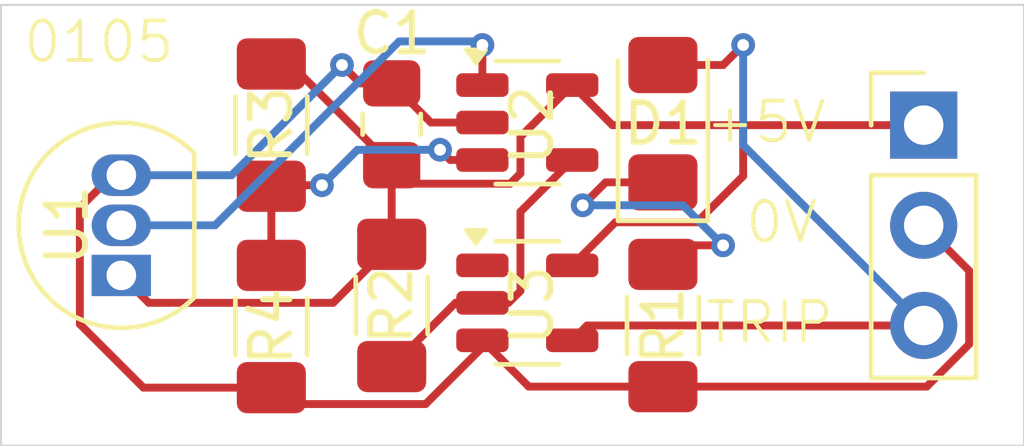
<source format=kicad_pcb>
(kicad_pcb (version 20241229) (generator "pcbnew") (generator_version "9.0")
  (layers (0 "F.Cu" signal) (2 "B.Cu" signal) (13 "F.Paste" user) (15 "B.Paste" user) (5 "F.SilkS" user "F.Silkscreen") (7 "B.SilkS" user "B.Silkscreen") (1 "F.Mask" user) (3 "B.Mask" user) (25 "Edge.Cuts" user))
  (net 0 "")
  (net 1 "VCC")
  (net 2 "GND")
  (net 3 "Net-(D1-A)")
  (net 4 "Net-(D1-K)")
  (net 5 "Net-(U3-A)")
  (net 6 "Net-(U2-+)")
  (net 7 "Net-(U1-V_{OUT})")
  (footprint "Capacitor_SMD:C_0805_2012Metric_Pad1.18x1.45mm_HandSolder" (layer "F.Cu") (at 190.743 103.6105 -90)
    (property "Reference" "C1" (at -2.302809 -0.008857 180) (layer "F.SilkS"))
    (property "Value" "1µF")
    (fp_line (start -0.261252 0.735) (end 0.261252 0.735) (stroke (width 0.12)) (layer "F.SilkS"))
    (fp_line (start -0.261252 -0.735) (end 0.261252 -0.735) (stroke (width 0.12)) (layer "F.SilkS"))
    (pad "1" smd roundrect (at -1.0375 0 270) (size 1.175 1.45) (layers "F.Cu" "F.Mask" "F.Paste") (roundrect_rratio 0.212766) (net 2 "GND"))
    (pad "2" smd roundrect (at 1.0375 0 270) (size 1.175 1.45) (layers "F.Cu" "F.Mask" "F.Paste") (roundrect_rratio 0.212766) (net 1 "VCC"))
  )
  (footprint "Resistor_SMD:R_1206_3216Metric_Pad1.30x1.75mm_HandSolder" (layer "F.Cu") (at 197.612 108.712 90)
    (property "Reference" "R1" (at 0 0 90) (layer "F.SilkS"))
    (property "Value" "620")
    (fp_line (start -0.727064 -0.91) (end 0.727064 -0.91) (stroke (width 0.12)) (layer "F.SilkS"))
    (fp_line (start -0.727064 0.91) (end 0.727064 0.91) (stroke (width 0.12)) (layer "F.SilkS"))
    (pad "1" smd roundrect (at -1.55 0 90) (size 1.3 1.75) (layers "F.Cu" "F.Mask" "F.Paste") (roundrect_rratio 0.192308) (net 2 "GND"))
    (pad "2" smd roundrect (at 1.55 0 90) (size 1.3 1.75) (layers "F.Cu" "F.Mask" "F.Paste") (roundrect_rratio 0.192308) (net 4 "Net-(D1-K)"))
  )
  (footprint "Package_TO_SOT_SMD:SOT-23-5" (layer "F.Cu") (at 194.1775 108.138)
    (property "Reference" "U3" (at 0.1215 0.066 90) (layer "F.SilkS"))
    (property "Value" "SN74LV1T34DCK")
    (fp_line (start 0 -1.56) (end -0.8 -1.56) (stroke (width 0.12)) (layer "F.SilkS"))
    (fp_line (start 0 -1.56) (end 0.8 -1.56) (stroke (width 0.12)) (layer "F.SilkS"))
    (fp_line (start 0 1.56) (end -0.8 1.56) (stroke (width 0.12)) (layer "F.SilkS"))
    (fp_line (start 0 1.56) (end 0.8 1.56) (stroke (width 0.12)) (layer "F.SilkS"))
    (fp_poly (pts (xy -1.3 -1.51) (xy -1.54 -1.84) (xy -1.06 -1.84) (xy -1.3 -1.51)) (stroke (width 0.12)) (fill yes) (layer "F.SilkS"))
    (pad "1" smd roundrect (at -1.1375 -0.95) (size 1.325 0.6) (layers "F.Cu" "F.Mask" "F.Paste"))
    (pad "2" smd roundrect (at -1.1375 0) (size 1.325 0.6) (layers "F.Cu" "F.Mask" "F.Paste") (net 5 "Net-(U3-A)"))
    (pad "3" smd roundrect (at -1.1375 0.95) (size 1.325 0.6) (layers "F.Cu" "F.Mask" "F.Paste") (net 2 "GND"))
    (pad "4" smd roundrect (at 1.1375 0.95) (size 1.325 0.6) (layers "F.Cu" "F.Mask" "F.Paste") (net 3 "Net-(D1-A)"))
    (pad "5" smd roundrect (at 1.1375 -0.95) (size 1.325 0.6) (layers "F.Cu" "F.Mask" "F.Paste") (net 1 "VCC"))
  )
  (footprint "Package_TO_SOT_THT:TO-92_Inline" (layer "F.Cu") (at 183.896 107.442 90)
    (property "Reference" "U1" (at 1.27 -1.376 90) (layer "F.SilkS"))
    (property "Value" "LM35-LP")
    (fp_line (start -0.53 1.85) (end 3.07 1.85) (stroke (width 0.12)) (layer "F.SilkS"))
    (fp_arc (start 1.27 -2.6) (mid 3.672087 -0.994977) (end 3.108478 1.838478) (stroke (width 0.12)) (layer "F.SilkS"))
    (fp_arc (start -0.568478 1.838478) (mid -1.132087 -0.994977) (end 1.27 -2.6) (stroke (width 0.12)) (layer "F.SilkS"))
    (pad "1" thru_hole rect (at 0 0 90) (size 1.05 1.5) (drill 0.75) (layers "*.Cu" "*.Mask") (net 1 "VCC"))
    (pad "2" thru_hole oval (at 1.27 0 90) (size 1.05 1.5) (drill 0.75) (layers "*.Cu" "*.Mask") (net 7 "Net-(U1-V_{OUT})"))
    (pad "3" thru_hole oval (at 2.54 0 90) (size 1.05 1.5) (drill 0.75) (layers "*.Cu" "*.Mask") (net 2 "GND"))
  )
  (footprint "Package_TO_SOT_SMD:SOT-23-5" (layer "F.Cu") (at 194.1775 103.566)
    (property "Reference" "U2" (at 0.1215 0.066 90) (layer "F.SilkS"))
    (property "Value" "LM397")
    (fp_line (start 0 -1.56) (end -0.8 -1.56) (stroke (width 0.12)) (layer "F.SilkS"))
    (fp_line (start 0 -1.56) (end 0.8 -1.56) (stroke (width 0.12)) (layer "F.SilkS"))
    (fp_line (start 0 1.56) (end -0.8 1.56) (stroke (width 0.12)) (layer "F.SilkS"))
    (fp_line (start 0 1.56) (end 0.8 1.56) (stroke (width 0.12)) (layer "F.SilkS"))
    (fp_poly (pts (xy -1.3 -1.51) (xy -1.54 -1.84) (xy -1.06 -1.84) (xy -1.3 -1.51)) (stroke (width 0.12)) (fill yes) (layer "F.SilkS"))
    (pad "1" smd roundrect (at -1.1375 -0.95) (size 1.325 0.6) (layers "F.Cu" "F.Mask" "F.Paste") (net 7 "Net-(U1-V_{OUT})"))
    (pad "2" smd roundrect (at -1.1375 0) (size 1.325 0.6) (layers "F.Cu" "F.Mask" "F.Paste") (net 2 "GND"))
    (pad "3" smd roundrect (at -1.1375 0.95) (size 1.325 0.6) (layers "F.Cu" "F.Mask" "F.Paste") (net 6 "Net-(U2-+)"))
    (pad "4" smd roundrect (at 1.1375 0.95) (size 1.325 0.6) (layers "F.Cu" "F.Mask" "F.Paste") (net 5 "Net-(U3-A)"))
    (pad "5" smd roundrect (at 1.1375 -0.95) (size 1.325 0.6) (layers "F.Cu" "F.Mask" "F.Paste") (net 1 "VCC"))
  )
  (footprint "Connector_PinHeader_2.54mm:PinHeader_1x03_P2.54mm_Vertical" (layer "F.Cu") (at 204.216 103.632)
    (property "Reference" "J1" (hide yes))
    (property "Value" "Conn_01x03" (hide yes))
    (fp_line (start -1.33 -1.33) (end 0 -1.33) (stroke (width 0.12)) (layer "F.SilkS"))
    (fp_line (start -1.33 0) (end -1.33 -1.33) (stroke (width 0.12)) (layer "F.SilkS"))
    (fp_line (start -1.33 1.27) (end -1.33 6.41) (stroke (width 0.12)) (layer "F.SilkS"))
    (fp_line (start -1.33 1.27) (end 1.33 1.27) (stroke (width 0.12)) (layer "F.SilkS"))
    (fp_line (start -1.33 6.41) (end 1.33 6.41) (stroke (width 0.12)) (layer "F.SilkS"))
    (fp_line (start 1.33 1.27) (end 1.33 6.41) (stroke (width 0.12)) (layer "F.SilkS"))
    (pad "1" thru_hole rect (at 0 0) (size 1.7 1.7) (drill 1) (layers "*.Cu" "*.Mask") (net 1 "VCC"))
    (pad "2" thru_hole oval (at 0 2.54) (size 1.7 1.7) (drill 1) (layers "*.Cu" "*.Mask") (net 2 "GND"))
    (pad "3" thru_hole oval (at 0 5.08) (size 1.7 1.7) (drill 1) (layers "*.Cu" "*.Mask") (net 3 "Net-(D1-A)"))
  )
  (footprint "Resistor_SMD:R_1206_3216Metric_Pad1.30x1.75mm_HandSolder" (layer "F.Cu") (at 187.695 108.738 -90)
    (property "Reference" "R4" (at 0 0 90) (layer "F.SilkS"))
    (property "Value" "100")
    (fp_line (start -0.727064 0.91) (end 0.727064 0.91) (stroke (width 0.12)) (layer "F.SilkS"))
    (fp_line (start -0.727064 -0.91) (end 0.727064 -0.91) (stroke (width 0.12)) (layer "F.SilkS"))
    (pad "1" smd roundrect (at -1.55 0 270) (size 1.3 1.75) (layers "F.Cu" "F.Mask" "F.Paste") (roundrect_rratio 0.192308) (net 6 "Net-(U2-+)"))
    (pad "2" smd roundrect (at 1.55 0 270) (size 1.3 1.75) (layers "F.Cu" "F.Mask" "F.Paste") (roundrect_rratio 0.192308) (net 2 "GND"))
  )
  (footprint "Resistor_SMD:R_1206_3216Metric_Pad1.30x1.75mm_HandSolder" (layer "F.Cu") (at 187.695 103.632 -90)
    (property "Reference" "R3" (at 0 0 90) (layer "F.SilkS"))
    (property "Value" "1K")
    (fp_line (start -0.727064 0.91) (end 0.727064 0.91) (stroke (width 0.12)) (layer "F.SilkS"))
    (fp_line (start -0.727064 -0.91) (end 0.727064 -0.91) (stroke (width 0.12)) (layer "F.SilkS"))
    (pad "1" smd roundrect (at -1.55 0 270) (size 1.3 1.75) (layers "F.Cu" "F.Mask" "F.Paste") (roundrect_rratio 0.192308) (net 1 "VCC"))
    (pad "2" smd roundrect (at 1.55 0 270) (size 1.3 1.75) (layers "F.Cu" "F.Mask" "F.Paste") (roundrect_rratio 0.192308) (net 6 "Net-(U2-+)"))
  )
  (footprint "LED_SMD:LED_1206_3216Metric_Pad1.42x1.75mm_HandSolder" (layer "F.Cu") (at 197.612 103.5955 90)
    (property "Reference" "D1" (at 0 0 0) (layer "F.SilkS"))
    (property "Value" "LED")
    (fp_line (start 1.6 -1.135) (end -2.46 -1.135) (stroke (width 0.12)) (layer "F.SilkS"))
    (fp_line (start -2.46 -1.135) (end -2.46 1.135) (stroke (width 0.12)) (layer "F.SilkS"))
    (fp_line (start -2.46 1.135) (end 1.6 1.135) (stroke (width 0.12)) (layer "F.SilkS"))
    (pad "1" smd roundrect (at -1.4875 0 90) (size 1.425 1.75) (layers "F.Cu" "F.Mask" "F.Paste") (roundrect_rratio 0.175439) (net 4 "Net-(D1-K)"))
    (pad "2" smd roundrect (at 1.4875 0 90) (size 1.425 1.75) (layers "F.Cu" "F.Mask" "F.Paste") (roundrect_rratio 0.175439) (net 3 "Net-(D1-A)"))
  )
  (footprint "Resistor_SMD:R_1206_3216Metric_Pad1.30x1.75mm_HandSolder" (layer "F.Cu") (at 190.743 108.204 -90)
    (property "Reference" "R2" (at 0 0 90) (layer "F.SilkS"))
    (property "Value" "2K")
    (fp_line (start -0.727064 0.91) (end 0.727064 0.91) (stroke (width 0.12)) (layer "F.SilkS"))
    (fp_line (start -0.727064 -0.91) (end 0.727064 -0.91) (stroke (width 0.12)) (layer "F.SilkS"))
    (pad "1" smd roundrect (at -1.55 0 270) (size 1.3 1.75) (layers "F.Cu" "F.Mask" "F.Paste") (roundrect_rratio 0.192308) (net 1 "VCC"))
    (pad "2" smd roundrect (at 1.55 0 270) (size 1.3 1.75) (layers "F.Cu" "F.Mask" "F.Paste") (roundrect_rratio 0.192308) (net 5 "Net-(U3-A)"))
  )
  (gr_rect (start 180.848 100.584) (end 206.756 111.76) (stroke (width 0.05)) (fill no) (layer "Edge.Cuts"))
  (gr_text "0V" (at 199.644 106.68 0) (layer "F.SilkS") (effects (font (size 1 1) (thickness 0.1)) (justify left bottom)))
  (gr_text "TRIP" (at 198.628 109.22 0) (layer "F.SilkS") (effects (font (size 1 1) (thickness 0.1)) (justify left bottom)))
  (gr_text "0105" (at 181.356 102.108 0) (layer "F.SilkS") (effects (font (size 1 1) (thickness 0.1)) (justify left bottom)))
  (gr_text "+5V" (at 198.628 104.14 0) (layer "F.SilkS") (effects (font (size 1 1) (thickness 0.1)) (justify left bottom)))
  (segment (start 194.0025 104.856552) (end 193.743052 105.116) (width 0.2) (layer "F.Cu") (net 1))
  (segment (start 199.644 103.632) (end 196.331 103.632) (width 0.2) (layer "F.Cu") (net 1))
  (segment (start 188.177 102.082) (end 190.743 104.648) (width 0.2) (layer "F.Cu") (net 1))
  (segment (start 199.644 104.923244) (end 199.644 103.632) (width 0.2) (layer "F.Cu") (net 1))
  (segment (start 193.743052 105.116) (end 191.211 105.116) (width 0.2) (layer "F.Cu") (net 1))
  (segment (start 196.331 103.632) (end 195.315 102.616) (width 0.2) (layer "F.Cu") (net 1))
  (segment (start 183.896 107.442) (end 184.592 108.138) (width 0.2) (layer "F.Cu") (net 1))
  (segment (start 189.259 108.138) (end 190.743 106.654) (width 0.2) (layer "F.Cu") (net 1))
  (segment (start 190.743 106.654) (end 190.743 104.648) (width 0.2) (layer "F.Cu") (net 1))
  (segment (start 184.592 108.138) (end 189.259 108.138) (width 0.2) (layer "F.Cu") (net 1))
  (segment (start 195.315 107.188) (end 196.4075 106.0955) (width 0.2) (layer "F.Cu") (net 1))
  (segment (start 198.471744 106.0955) (end 199.644 104.923244) (width 0.2) (layer "F.Cu") (net 1))
  (segment (start 204.216 103.632) (end 199.644 103.632) (width 0.2) (layer "F.Cu") (net 1))
  (segment (start 194.0025 103.9285) (end 194.0025 104.856552) (width 0.2) (layer "F.Cu") (net 1))
  (segment (start 187.695 102.082) (end 188.177 102.082) (width 0.2) (layer "F.Cu") (net 1))
  (segment (start 196.4075 106.0955) (end 198.471744 106.0955) (width 0.2) (layer "F.Cu") (net 1))
  (segment (start 195.315 102.616) (end 194.0025 103.9285) (width 0.2) (layer "F.Cu") (net 1))
  (segment (start 191.211 105.116) (end 190.743 104.648) (width 0.2) (layer "F.Cu") (net 1))
  (segment (start 197.612 110.262) (end 204.292346 110.262) (width 0.2) (layer "F.Cu") (net 2))
  (segment (start 187.695 110.288) (end 188.111 110.704) (width 0.2) (layer "F.Cu") (net 2))
  (segment (start 194.214 110.262) (end 197.612 110.262) (width 0.2) (layer "F.Cu") (net 2))
  (segment (start 189.949 102.573) (end 189.484 102.108) (width 0.2) (layer "F.Cu") (net 2))
  (segment (start 205.366 109.188346) (end 205.366 107.322) (width 0.2) (layer "F.Cu") (net 2))
  (segment (start 182.846 108.678) (end 184.456 110.288) (width 0.2) (layer "F.Cu") (net 2))
  (segment (start 204.292346 110.262) (end 205.366 109.188346) (width 0.2) (layer "F.Cu") (net 2))
  (segment (start 182.846 105.727) (end 182.846 108.678) (width 0.2) (layer "F.Cu") (net 2))
  (segment (start 184.456 110.288) (end 187.695 110.288) (width 0.2) (layer "F.Cu") (net 2))
  (segment (start 205.366 107.322) (end 204.216 106.172) (width 0.2) (layer "F.Cu") (net 2))
  (segment (start 191.736 103.566) (end 190.743 102.573) (width 0.2) (layer "F.Cu") (net 2))
  (segment (start 191.602744 110.704) (end 193.04 109.266744) (width 0.2) (layer "F.Cu") (net 2))
  (segment (start 190.743 102.573) (end 189.949 102.573) (width 0.2) (layer "F.Cu") (net 2))
  (segment (start 193.04 109.088) (end 194.214 110.262) (width 0.2) (layer "F.Cu") (net 2))
  (segment (start 183.896 104.902) (end 183.671 104.902) (width 0.2) (layer "F.Cu") (net 2))
  (segment (start 183.671 104.902) (end 182.846 105.727) (width 0.2) (layer "F.Cu") (net 2))
  (segment (start 188.111 110.704) (end 191.602744 110.704) (width 0.2) (layer "F.Cu") (net 2))
  (segment (start 193.04 103.566) (end 191.736 103.566) (width 0.2) (layer "F.Cu") (net 2))
  (segment (start 193.04 109.266744) (end 193.04 109.088) (width 0.2) (layer "F.Cu") (net 2))
  (via (at 189.484 102.108) (size 0.6) (drill 0.3) (layers "F.Cu" "B.Cu") (net 2))
  (segment (start 189.484 102.108) (end 186.69 104.902) (width 0.2) (layer "B.Cu") (net 2))
  (segment (start 186.69 104.902) (end 183.896 104.902) (width 0.2) (layer "B.Cu") (net 2))
  (segment (start 204.216 108.712) (end 195.691 108.712) (width 0.2) (layer "F.Cu") (net 3))
  (segment (start 195.691 108.712) (end 195.315 109.088) (width 0.2) (layer "F.Cu") (net 3))
  (segment (start 197.612 102.108) (end 199.136 102.108) (width 0.2) (layer "F.Cu") (net 3))
  (segment (start 199.136 102.108) (end 199.644 101.6) (width 0.2) (layer "F.Cu") (net 3))
  (via (at 199.644 101.6) (size 0.6) (drill 0.3) (layers "F.Cu" "B.Cu") (net 3))
  (segment (start 199.644 104.14) (end 204.216 108.712) (width 0.2) (layer "B.Cu") (net 3))
  (segment (start 199.644 101.6) (end 199.644 104.14) (width 0.2) (layer "B.Cu") (net 3))
  (segment (start 199.136 106.68) (end 198.094 106.68) (width 0.2) (layer "F.Cu") (net 4))
  (segment (start 198.094 106.68) (end 197.612 107.162) (width 0.2) (layer "F.Cu") (net 4))
  (segment (start 196.161 105.083) (end 195.58 105.664) (width 0.2) (layer "F.Cu") (net 4))
  (segment (start 197.612 105.083) (end 196.161 105.083) (width 0.2) (layer "F.Cu") (net 4))
  (via (at 195.58 105.664) (size 0.6) (drill 0.3) (layers "F.Cu" "B.Cu") (net 4))
  (via (at 199.136 106.68) (size 0.6) (drill 0.3) (layers "F.Cu" "B.Cu") (net 4))
  (segment (start 195.58 105.664) (end 198.12 105.664) (width 0.2) (layer "B.Cu") (net 4))
  (segment (start 198.12 105.664) (end 199.136 106.68) (width 0.2) (layer "B.Cu") (net 4))
  (segment (start 194.0025 107.837999) (end 193.702499 108.138) (width 0.2) (layer "F.Cu") (net 5))
  (segment (start 192.359 108.138) (end 193.04 108.138) (width 0.2) (layer "F.Cu") (net 5))
  (segment (start 195.315 104.516) (end 194.0025 105.8285) (width 0.2) (layer "F.Cu") (net 5))
  (segment (start 194.0025 105.8285) (end 194.0025 107.837999) (width 0.2) (layer "F.Cu") (net 5))
  (segment (start 190.743 109.754) (end 192.359 108.138) (width 0.2) (layer "F.Cu") (net 5))
  (segment (start 193.702499 108.138) (end 193.04 108.138) (width 0.2) (layer "F.Cu") (net 5))
  (segment (start 193.04 104.516) (end 192.225459 104.516) (width 0.2) (layer "F.Cu") (net 6))
  (segment (start 187.695 107.188) (end 187.695 105.182) (width 0.2) (layer "F.Cu") (net 6))
  (segment (start 187.721 105.156) (end 187.695 105.182) (width 0.2) (layer "F.Cu") (net 6))
  (segment (start 188.976 105.156) (end 187.721 105.156) (width 0.2) (layer "F.Cu") (net 6))
  (segment (start 192.225459 104.516) (end 191.967209 104.25775) (width 0.2) (layer "F.Cu") (net 6))
  (via (at 191.967209 104.25775) (size 0.6) (drill 0.3) (layers "F.Cu" "B.Cu") (net 6))
  (via (at 188.976 105.156) (size 0.6) (drill 0.3) (layers "F.Cu" "B.Cu") (net 6))
  (segment (start 191.967209 104.25775) (end 189.87425 104.25775) (width 0.2) (layer "B.Cu") (net 6))
  (segment (start 189.87425 104.25775) (end 188.976 105.156) (width 0.2) (layer "B.Cu") (net 6))
  (segment (start 193.04 102.616) (end 193.04 101.6) (width 0.2) (layer "F.Cu") (net 7))
  (via (at 193.04 101.6) (size 0.6) (drill 0.3) (layers "F.Cu" "B.Cu") (net 7))
  (segment (start 193.04 101.6) (end 192.948 101.508) (width 0.2) (layer "B.Cu") (net 7))
  (segment (start 190.932529 101.508) (end 186.268529 106.172) (width 0.2) (layer "B.Cu") (net 7))
  (segment (start 192.948 101.508) (end 190.932529 101.508) (width 0.2) (layer "B.Cu") (net 7))
  (segment (start 186.268529 106.172) (end 183.896 106.172) (width 0.2) (layer "B.Cu") (net 7))
)
</source>
